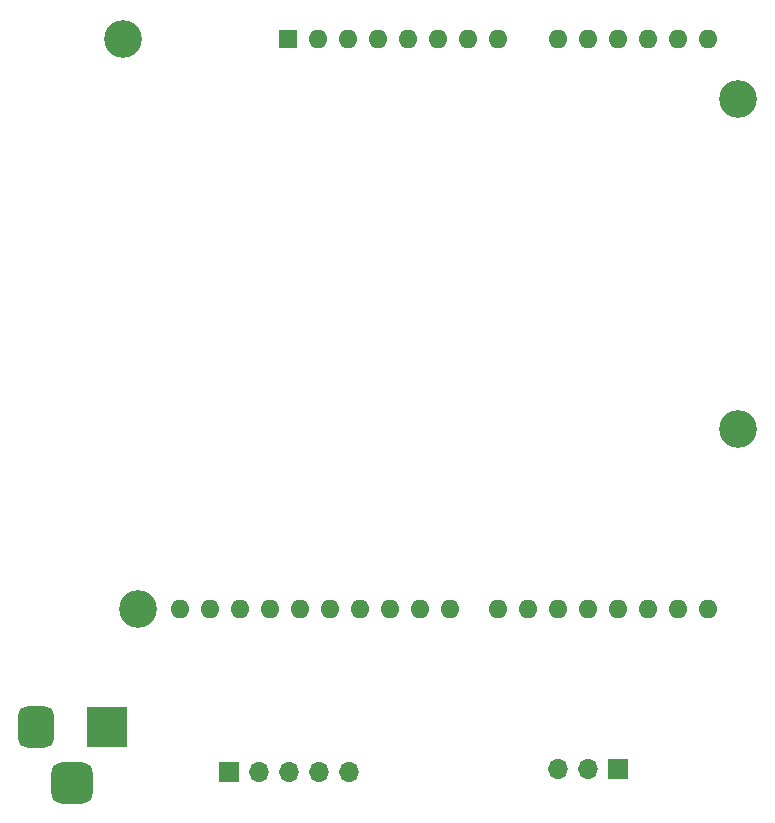
<source format=gbr>
%TF.GenerationSoftware,KiCad,Pcbnew,8.0.6*%
%TF.CreationDate,2025-08-08T18:32:04+02:00*%
%TF.ProjectId,arduinojoystick controlling,61726475-696e-46f6-9a6f-79737469636b,rev?*%
%TF.SameCoordinates,Original*%
%TF.FileFunction,Soldermask,Bot*%
%TF.FilePolarity,Negative*%
%FSLAX46Y46*%
G04 Gerber Fmt 4.6, Leading zero omitted, Abs format (unit mm)*
G04 Created by KiCad (PCBNEW 8.0.6) date 2025-08-08 18:32:04*
%MOMM*%
%LPD*%
G01*
G04 APERTURE LIST*
G04 Aperture macros list*
%AMRoundRect*
0 Rectangle with rounded corners*
0 $1 Rounding radius*
0 $2 $3 $4 $5 $6 $7 $8 $9 X,Y pos of 4 corners*
0 Add a 4 corners polygon primitive as box body*
4,1,4,$2,$3,$4,$5,$6,$7,$8,$9,$2,$3,0*
0 Add four circle primitives for the rounded corners*
1,1,$1+$1,$2,$3*
1,1,$1+$1,$4,$5*
1,1,$1+$1,$6,$7*
1,1,$1+$1,$8,$9*
0 Add four rect primitives between the rounded corners*
20,1,$1+$1,$2,$3,$4,$5,0*
20,1,$1+$1,$4,$5,$6,$7,0*
20,1,$1+$1,$6,$7,$8,$9,0*
20,1,$1+$1,$8,$9,$2,$3,0*%
G04 Aperture macros list end*
%ADD10R,1.700000X1.700000*%
%ADD11O,1.700000X1.700000*%
%ADD12R,3.500000X3.500000*%
%ADD13RoundRect,0.750000X-0.750000X-1.000000X0.750000X-1.000000X0.750000X1.000000X-0.750000X1.000000X0*%
%ADD14RoundRect,0.875000X-0.875000X-0.875000X0.875000X-0.875000X0.875000X0.875000X-0.875000X0.875000X0*%
%ADD15C,3.200000*%
%ADD16R,1.600000X1.600000*%
%ADD17O,1.600000X1.600000*%
G04 APERTURE END LIST*
D10*
%TO.C,M1*%
X71500000Y-84000000D03*
D11*
X68960000Y-84000000D03*
X66420000Y-84000000D03*
%TD*%
D10*
%TO.C,J2*%
X38630000Y-84250000D03*
D11*
X41170000Y-84250000D03*
X43710000Y-84250000D03*
X46250000Y-84250000D03*
X48790000Y-84250000D03*
%TD*%
D12*
%TO.C,J1*%
X28280000Y-80425000D03*
D13*
X22280000Y-80425000D03*
D14*
X25280000Y-85125000D03*
%TD*%
D15*
%TO.C,A1*%
X29605000Y-22120000D03*
X30875000Y-70380000D03*
X81675000Y-27200000D03*
X81675000Y-55140000D03*
D16*
X43575000Y-22120000D03*
D17*
X46115000Y-22120000D03*
X48655000Y-22120000D03*
X51195000Y-22120000D03*
X53735000Y-22120000D03*
X56275000Y-22120000D03*
X58815000Y-22120000D03*
X61355000Y-22120000D03*
X66435000Y-22120000D03*
X68975000Y-22120000D03*
X71515000Y-22120000D03*
X74055000Y-22120000D03*
X76595000Y-22120000D03*
X79135000Y-22120000D03*
X79135000Y-70380000D03*
X76595000Y-70380000D03*
X74055000Y-70380000D03*
X71515000Y-70380000D03*
X68975000Y-70380000D03*
X66435000Y-70380000D03*
X63895000Y-70380000D03*
X61355000Y-70380000D03*
X57295000Y-70380000D03*
X54755000Y-70380000D03*
X52215000Y-70380000D03*
X49675000Y-70380000D03*
X47135000Y-70380000D03*
X44595000Y-70380000D03*
X42055000Y-70380000D03*
X39515000Y-70380000D03*
X36975000Y-70380000D03*
X34435000Y-70380000D03*
%TD*%
M02*

</source>
